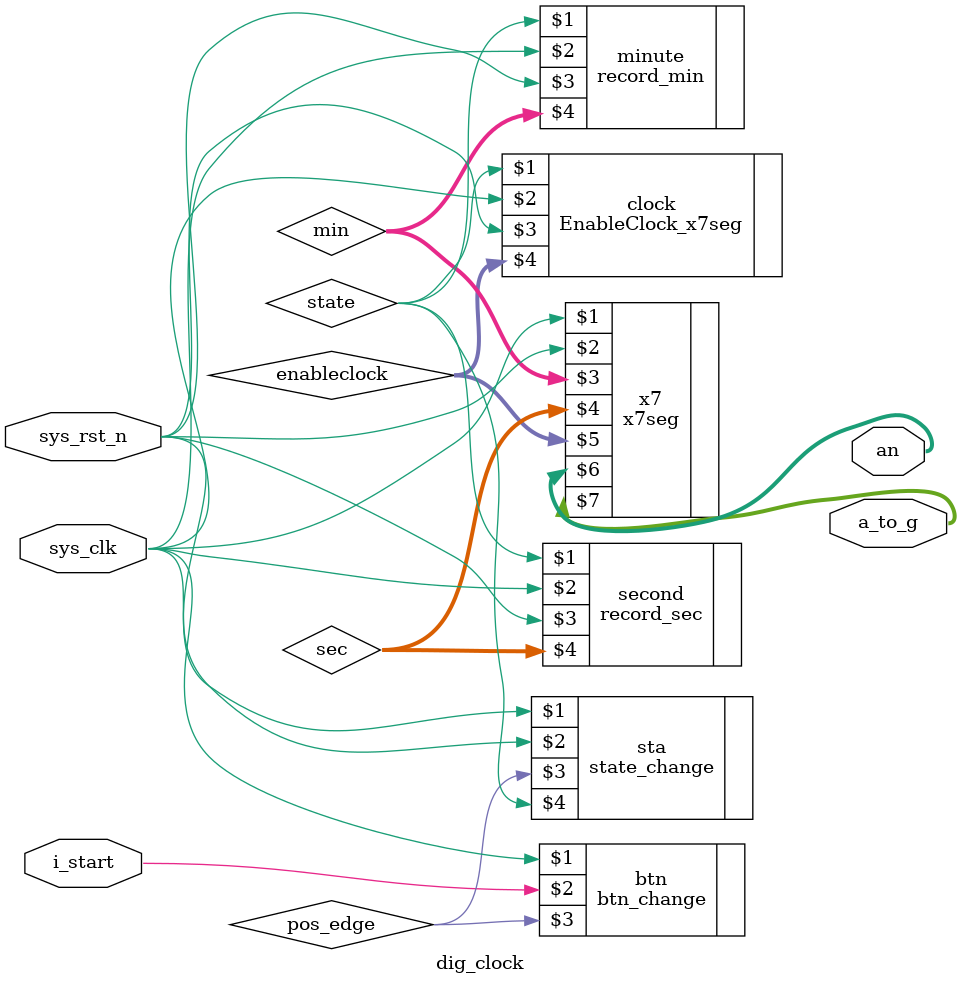
<source format=sv>
`timescale 1ns / 1ps

module dig_clock(
    input                   sys_clk,
    input                   sys_rst_n,
    input                   i_start,
    output logic [3 : 0]    an,
    output logic [7 : 0]    a_to_g
    );
    logic pos_edge,state;
    logic [1:0]enableclock;
    logic [7:0]min,sec;
    btn_change btn(sys_clk,i_start,pos_edge);
    state_change sta(sys_clk,sys_rst_n,pos_edge,state);
    record_min minute(state,sys_clk,sys_rst_n,min);
    record_sec second(state,sys_clk,sys_rst_n,sec);
    EnableClock_x7seg clock(state,sys_clk,sys_rst_n,enableclock);
    x7seg x7(sys_clk,sys_rst_n,min,sec,enableclock,an,a_to_g);
endmodule
</source>
